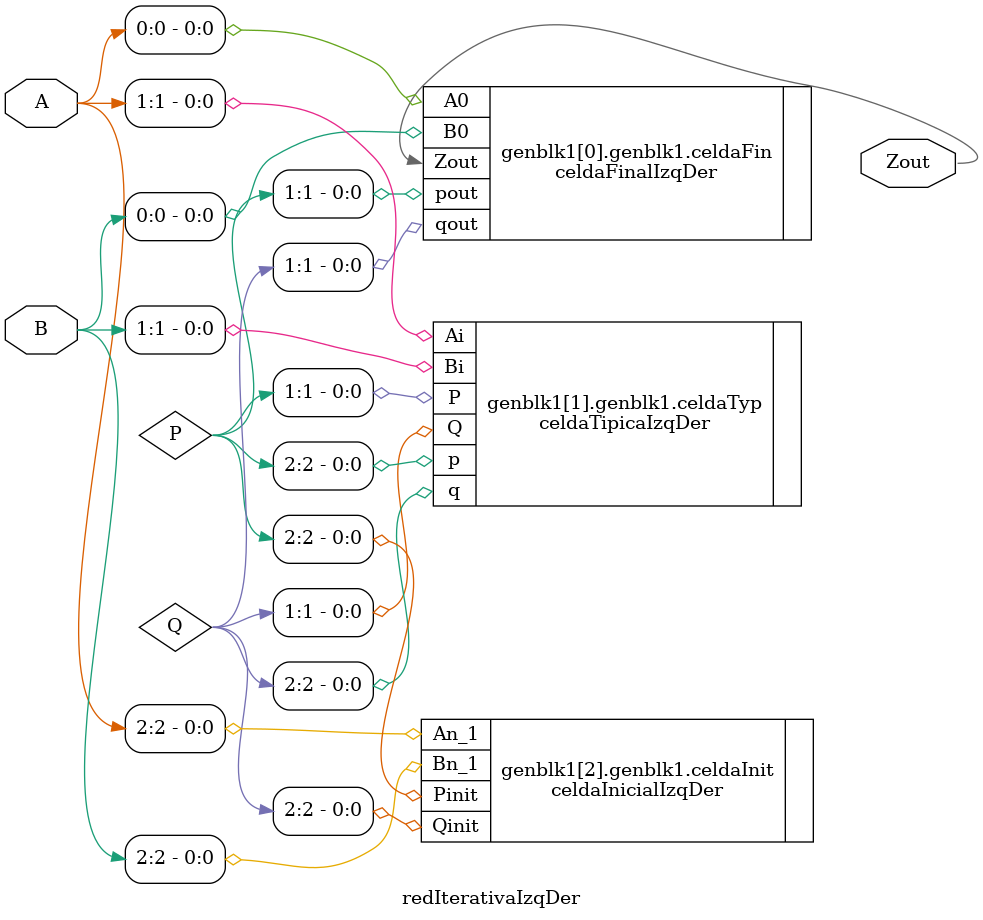
<source format=v>
/* Definición de módulo para la red iterativa analizando 
   las palabras de izquierda a derecha */

module redIterativaIzqDer
#( parameter N = 3 ) (
    input [N - 1:0] A, B,
    output Zout
);
    /* arrays con las variables de próximo estado P y Q para las celdas de la red iterativa */
    wire [N - 1:0] P; 
    wire [N - 1:0] Q; 
    genvar i; // variable para la elaboración del bloque generate correspondiente a la celda en la posicón i

    /* bloque generate para generar las celdas que conforman la red iterativa por medio de un ciclo for.
       genera una celda inicial, una celda final, y N - 2 celdas típicas */
    generate 
        for (i = N - 1; i >= 0 ; i = i - 1) 
        begin 
            case (i)
                // generar una instancia de celdaInicial en la posición N - 1 de la red. 
                N - 1 : 
                begin
                    celdaInicialIzqDer celdaInit (.An_1(A[N - 1]), .Bn_1(B[N - 1]), .Pinit(P[N - 1]), .Qinit(Q[N - 1]));
                end 
                // generar una instancia de celdaFinal en la posición 0 de la red. 
                0 : 
                begin
                    celdaFinalIzqDer celdaFin (.pout(P[1]), .qout(Q[1]), .A0(A[0]), .B0(B[0]), .Zout(Zout)); 
                    /* P[1] y Q[1] son los próximos estados de la última celda típica, 
                    y por tanto son el estado presente de la celda final*/
                end 
                // generar N - 2 instancias de celdaTipica, entre la celda inicial y la celda final
                default : 
                begin
                    celdaTipicaIzqDer celdaTyp (.p(P[i + 1]), .q(Q[i + 1]), .Ai(A[i]), .Bi(B[i]), .P(P[i]), .Q(Q[i]));
                    /* de forma similar a la celda final, el estado presente de una celda tipica es el próximo estado
                       de la celda anterior. corresponde al estado presente P[i + 1] y Q[i + 1] */
                end 
            endcase      
        end
    endgenerate
endmodule
</source>
